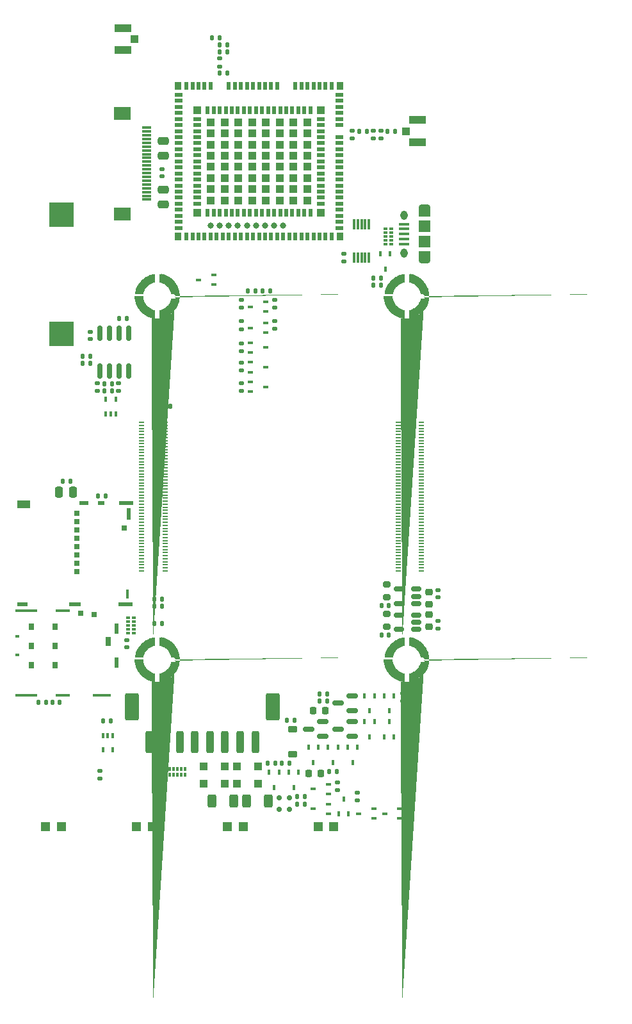
<source format=gbr>
%TF.GenerationSoftware,KiCad,Pcbnew,7.99.0-1.20230926git54171ec.fc37*%
%TF.CreationDate,2023-10-03T14:10:53+01:00*%
%TF.ProjectId,bugg-main-r5,62756767-2d6d-4616-996e-2d72352e6b69,rev?*%
%TF.SameCoordinates,Original*%
%TF.FileFunction,Paste,Top*%
%TF.FilePolarity,Positive*%
%FSLAX46Y46*%
G04 Gerber Fmt 4.6, Leading zero omitted, Abs format (unit mm)*
G04 Created by KiCad (PCBNEW 7.99.0-1.20230926git54171ec.fc37) date 2023-10-03 14:10:53*
%MOMM*%
%LPD*%
G01*
G04 APERTURE LIST*
G04 Aperture macros list*
%AMRoundRect*
0 Rectangle with rounded corners*
0 $1 Rounding radius*
0 $2 $3 $4 $5 $6 $7 $8 $9 X,Y pos of 4 corners*
0 Add a 4 corners polygon primitive as box body*
4,1,4,$2,$3,$4,$5,$6,$7,$8,$9,$2,$3,0*
0 Add four circle primitives for the rounded corners*
1,1,$1+$1,$2,$3*
1,1,$1+$1,$4,$5*
1,1,$1+$1,$6,$7*
1,1,$1+$1,$8,$9*
0 Add four rect primitives between the rounded corners*
20,1,$1+$1,$2,$3,$4,$5,0*
20,1,$1+$1,$4,$5,$6,$7,0*
20,1,$1+$1,$6,$7,$8,$9,0*
20,1,$1+$1,$8,$9,$2,$3,0*%
%AMFreePoly0*
4,1,101,-1.895792,2.944575,-1.557458,2.864389,-1.230721,2.745466,-0.920000,2.589416,-0.629496,2.398348,-0.363138,2.174847,-0.124527,1.921935,0.083109,1.643032,0.256962,1.341910,0.394681,1.022640,0.494404,0.689541,0.554783,0.347118,0.575000,0.000000,0.554783,-0.347118,0.494404,-0.689541,0.394681,-1.022640,0.256962,-1.341910,0.083109,-1.643032,-0.124527,-1.921935,-0.363138,-2.174847,
-0.629496,-2.398348,-0.920000,-2.589416,-1.230721,-2.745466,-1.557458,-2.864389,-1.895792,-2.944575,-2.241147,-2.984941,-2.588853,-2.984941,-2.934208,-2.944575,-3.272542,-2.864389,-3.599279,-2.745466,-3.910000,-2.589416,-4.200504,-2.398348,-4.466862,-2.174847,-4.705473,-1.921935,-4.913109,-1.643032,-5.086962,-1.341910,-5.224681,-1.022640,-5.324404,-0.689541,-5.384783,-0.347118,-5.405000,0.000000,
-4.259700,0.000000,-4.240924,-0.262528,-4.184977,-0.519712,-4.092998,-0.766316,-3.966860,-0.997320,-3.809131,-1.208022,-3.623022,-1.394131,-3.412320,-1.551860,-3.181316,-1.677998,-2.934712,-1.769977,-2.677528,-1.825924,-2.415000,-1.844700,-2.152472,-1.825924,-1.895288,-1.769977,-1.648684,-1.677998,-1.417680,-1.551860,-1.206978,-1.394131,-1.020869,-1.208022,-0.863140,-0.997320,-0.737002,-0.766316,
-0.645023,-0.519712,-0.589076,-0.262528,-0.570300,0.000000,-0.589076,0.262528,-0.645023,0.519712,-0.737002,0.766316,-0.863140,0.997320,-1.020869,1.208022,-1.206978,1.394131,-1.417680,1.551860,-1.648684,1.677998,-1.895288,1.769977,-2.152472,1.825924,-2.415000,1.844700,-2.677528,1.825924,-2.934712,1.769977,-3.181316,1.677998,-3.412320,1.551860,-3.623022,1.394131,-3.809131,1.208022,
-3.966860,0.997320,-4.092998,0.766316,-4.184977,0.519712,-4.240924,0.262528,-4.259700,0.000000,-5.405000,0.000000,-5.384783,0.347118,-5.324404,0.689541,-5.224681,1.022640,-5.086962,1.341910,-4.913109,1.643032,-4.705473,1.921935,-4.466862,2.174847,-4.200504,2.398348,-3.910000,2.589416,-3.599279,2.745466,-3.272542,2.864389,-2.934208,2.944575,-2.588853,2.984941,-2.241147,2.984941,
-1.895792,2.944575,-1.895792,2.944575,$1*%
G04 Aperture macros list end*
%ADD10C,0.010000*%
%ADD11RoundRect,0.250000X-0.250000X-0.475000X0.250000X-0.475000X0.250000X0.475000X-0.250000X0.475000X0*%
%ADD12RoundRect,0.135000X-0.135000X-0.185000X0.135000X-0.185000X0.135000X0.185000X-0.135000X0.185000X0*%
%ADD13RoundRect,0.140000X-0.170000X0.140000X-0.170000X-0.140000X0.170000X-0.140000X0.170000X0.140000X0*%
%ADD14RoundRect,0.140000X0.170000X-0.140000X0.170000X0.140000X-0.170000X0.140000X-0.170000X-0.140000X0*%
%ADD15RoundRect,0.140000X0.140000X0.170000X-0.140000X0.170000X-0.140000X-0.170000X0.140000X-0.170000X0*%
%ADD16RoundRect,0.150000X0.512500X0.150000X-0.512500X0.150000X-0.512500X-0.150000X0.512500X-0.150000X0*%
%ADD17O,1.550000X0.890000*%
%ADD18O,0.950000X1.250000*%
%ADD19R,1.350000X0.400000*%
%ADD20R,1.550000X1.200000*%
%ADD21R,1.550000X1.500000*%
%ADD22RoundRect,0.150000X0.150000X0.200000X-0.150000X0.200000X-0.150000X-0.200000X0.150000X-0.200000X0*%
%ADD23R,1.200000X1.200000*%
%ADD24R,0.700000X0.450000*%
%ADD25RoundRect,0.135000X0.185000X-0.135000X0.185000X0.135000X-0.185000X0.135000X-0.185000X-0.135000X0*%
%ADD26RoundRect,0.250000X-0.250000X-1.200000X0.250000X-1.200000X0.250000X1.200000X-0.250000X1.200000X0*%
%ADD27RoundRect,0.250000X-0.650000X-1.550000X0.650000X-1.550000X0.650000X1.550000X-0.650000X1.550000X0*%
%ADD28RoundRect,0.250000X-0.475000X0.250000X-0.475000X-0.250000X0.475000X-0.250000X0.475000X0.250000X0*%
%ADD29RoundRect,0.150000X0.587500X0.150000X-0.587500X0.150000X-0.587500X-0.150000X0.587500X-0.150000X0*%
%ADD30RoundRect,0.150000X0.150000X-0.825000X0.150000X0.825000X-0.150000X0.825000X-0.150000X-0.825000X0*%
%ADD31RoundRect,0.218750X-0.256250X0.218750X-0.256250X-0.218750X0.256250X-0.218750X0.256250X0.218750X0*%
%ADD32RoundRect,0.135000X0.135000X0.185000X-0.135000X0.185000X-0.135000X-0.185000X0.135000X-0.185000X0*%
%ADD33R,0.450000X0.700000*%
%ADD34R,0.550000X0.300000*%
%ADD35R,0.550000X0.400000*%
%ADD36RoundRect,0.135000X-0.185000X0.135000X-0.185000X-0.135000X0.185000X-0.135000X0.185000X0.135000X0*%
%ADD37RoundRect,0.200000X-0.275000X0.200000X-0.275000X-0.200000X0.275000X-0.200000X0.275000X0.200000X0*%
%ADD38RoundRect,0.225000X-0.225000X-0.250000X0.225000X-0.250000X0.225000X0.250000X-0.225000X0.250000X0*%
%ADD39R,1.050000X1.000000*%
%ADD40R,2.200000X1.050000*%
%ADD41R,0.500000X1.000000*%
%ADD42R,1.000000X0.500000*%
%ADD43R,1.000000X1.000000*%
%ADD44R,0.900000X1.000000*%
%ADD45C,0.800000*%
%ADD46R,0.300000X1.400000*%
%ADD47RoundRect,0.250000X0.300000X0.300000X-0.300000X0.300000X-0.300000X-0.300000X0.300000X-0.300000X0*%
%ADD48RoundRect,0.250000X-0.300000X-0.300000X0.300000X-0.300000X0.300000X0.300000X-0.300000X0.300000X0*%
%ADD49FreePoly0,0.000000*%
%ADD50RoundRect,0.140000X-0.140000X-0.170000X0.140000X-0.170000X0.140000X0.170000X-0.140000X0.170000X0*%
%ADD51R,0.700000X0.200000*%
%ADD52R,0.700000X0.900000*%
%ADD53R,0.700000X0.700000*%
%ADD54R,0.650000X1.200000*%
%ADD55R,2.900000X0.450000*%
%ADD56R,1.900000X0.450000*%
%ADD57R,2.400000X0.450000*%
%ADD58R,0.500000X1.400000*%
%ADD59R,0.600000X0.300000*%
%ADD60R,0.700000X0.750000*%
%ADD61R,0.400000X0.650000*%
%ADD62RoundRect,0.147500X0.172500X-0.147500X0.172500X0.147500X-0.172500X0.147500X-0.172500X-0.147500X0*%
%ADD63RoundRect,0.147500X0.147500X0.172500X-0.147500X0.172500X-0.147500X-0.172500X0.147500X-0.172500X0*%
%ADD64RoundRect,0.250000X0.475000X-0.250000X0.475000X0.250000X-0.475000X0.250000X-0.475000X-0.250000X0*%
%ADD65RoundRect,0.225000X0.375000X-0.225000X0.375000X0.225000X-0.375000X0.225000X-0.375000X-0.225000X0*%
%ADD66R,1.300000X0.300000*%
%ADD67R,2.200000X1.800000*%
%ADD68RoundRect,0.250000X-0.312500X-0.625000X0.312500X-0.625000X0.312500X0.625000X-0.312500X0.625000X0*%
%ADD69R,0.300000X0.550000*%
%ADD70R,0.400000X0.550000*%
%ADD71RoundRect,0.218750X0.256250X-0.218750X0.256250X0.218750X-0.256250X0.218750X-0.256250X-0.218750X0*%
%ADD72R,3.200000X3.200000*%
%ADD73R,0.700000X0.640000*%
%ADD74R,0.550000X1.550000*%
%ADD75R,1.850000X0.570000*%
%ADD76R,0.820000X0.520000*%
%ADD77R,1.150000X0.520000*%
%ADD78R,1.700000X1.010000*%
%ADD79R,0.450000X1.300000*%
%ADD80R,1.960000X0.570000*%
%ADD81R,1.650000X0.520000*%
%ADD82R,1.450000X0.570000*%
G04 APERTURE END LIST*
D10*
%TO.C,SP3*%
X21643000Y-24415000D02*
X21668000Y-24510000D01*
X21723000Y-24680000D01*
X21873000Y-24985000D01*
X21998000Y-25165000D01*
X22103000Y-25290000D01*
X22208000Y-25395000D01*
X22338000Y-25505000D01*
X22458000Y-25590000D01*
X22573000Y-25660000D01*
X22713000Y-25730000D01*
X22818000Y-25775000D01*
X22903000Y-25805000D01*
X23018000Y-25840000D01*
X23133000Y-25865000D01*
X23178000Y-25875000D01*
X23178000Y-26905000D01*
X23113000Y-26895000D01*
X22958000Y-26870000D01*
X22798000Y-26835000D01*
X22618000Y-26785000D01*
X22408000Y-26710000D01*
X22263000Y-26645000D01*
X22083000Y-26555000D01*
X21973000Y-26490000D01*
X21888000Y-26435000D01*
X21793000Y-26370000D01*
X21718000Y-26315000D01*
X21613000Y-26230000D01*
X21538000Y-26165000D01*
X21468000Y-26100000D01*
X21388000Y-26020000D01*
X21268000Y-25885000D01*
X21178000Y-25775000D01*
X21103000Y-25670000D01*
X20983000Y-25485000D01*
X20923000Y-25375000D01*
X20843000Y-25215000D01*
X20783000Y-25075000D01*
X20728000Y-24925000D01*
X20688000Y-24790000D01*
X20653000Y-24655000D01*
X20638000Y-24585000D01*
X20623000Y-24500000D01*
X20608000Y-24405000D01*
X20598000Y-24320000D01*
X21628000Y-24320000D01*
X21643000Y-24415000D01*
G36*
X21643000Y-24415000D02*
G01*
X21668000Y-24510000D01*
X21723000Y-24680000D01*
X21873000Y-24985000D01*
X21998000Y-25165000D01*
X22103000Y-25290000D01*
X22208000Y-25395000D01*
X22338000Y-25505000D01*
X22458000Y-25590000D01*
X22573000Y-25660000D01*
X22713000Y-25730000D01*
X22818000Y-25775000D01*
X22903000Y-25805000D01*
X23018000Y-25840000D01*
X23133000Y-25865000D01*
X23178000Y-25875000D01*
X23178000Y-26905000D01*
X23113000Y-26895000D01*
X22958000Y-26870000D01*
X22798000Y-26835000D01*
X22618000Y-26785000D01*
X22408000Y-26710000D01*
X22263000Y-26645000D01*
X22083000Y-26555000D01*
X21973000Y-26490000D01*
X21888000Y-26435000D01*
X21793000Y-26370000D01*
X21718000Y-26315000D01*
X21613000Y-26230000D01*
X21538000Y-26165000D01*
X21468000Y-26100000D01*
X21388000Y-26020000D01*
X21268000Y-25885000D01*
X21178000Y-25775000D01*
X21103000Y-25670000D01*
X20983000Y-25485000D01*
X20923000Y-25375000D01*
X20843000Y-25215000D01*
X20783000Y-25075000D01*
X20728000Y-24925000D01*
X20688000Y-24790000D01*
X20653000Y-24655000D01*
X20638000Y-24585000D01*
X20623000Y-24500000D01*
X20608000Y-24405000D01*
X20598000Y-24320000D01*
X21628000Y-24320000D01*
X21643000Y-24415000D01*
G37*
X23180000Y-22130000D02*
X23085000Y-22145000D01*
X22990000Y-22170000D01*
X22820000Y-22225000D01*
X22515000Y-22375000D01*
X22335000Y-22500000D01*
X22210000Y-22605000D01*
X22105000Y-22710000D01*
X21995000Y-22840000D01*
X21910000Y-22960000D01*
X21840000Y-23075000D01*
X21770000Y-23215000D01*
X21725000Y-23320000D01*
X21695000Y-23405000D01*
X21660000Y-23520000D01*
X21635000Y-23635000D01*
X21625000Y-23680000D01*
X20595000Y-23680000D01*
X20605000Y-23615000D01*
X20630000Y-23460000D01*
X20665000Y-23300000D01*
X20715000Y-23120000D01*
X20790000Y-22910000D01*
X20855000Y-22765000D01*
X20945000Y-22585000D01*
X21010000Y-22475000D01*
X21065000Y-22390000D01*
X21130000Y-22295000D01*
X21185000Y-22220000D01*
X21270000Y-22115000D01*
X21335000Y-22040000D01*
X21400000Y-21970000D01*
X21480000Y-21890000D01*
X21615000Y-21770000D01*
X21725000Y-21680000D01*
X21830000Y-21605000D01*
X22015000Y-21485000D01*
X22125000Y-21425000D01*
X22285000Y-21345000D01*
X22425000Y-21285000D01*
X22575000Y-21230000D01*
X22710000Y-21190000D01*
X22845000Y-21155000D01*
X22915000Y-21140000D01*
X23000000Y-21125000D01*
X23095000Y-21110000D01*
X23180000Y-21100000D01*
X23180000Y-22130000D01*
G36*
X23180000Y-22130000D02*
G01*
X23085000Y-22145000D01*
X22990000Y-22170000D01*
X22820000Y-22225000D01*
X22515000Y-22375000D01*
X22335000Y-22500000D01*
X22210000Y-22605000D01*
X22105000Y-22710000D01*
X21995000Y-22840000D01*
X21910000Y-22960000D01*
X21840000Y-23075000D01*
X21770000Y-23215000D01*
X21725000Y-23320000D01*
X21695000Y-23405000D01*
X21660000Y-23520000D01*
X21635000Y-23635000D01*
X21625000Y-23680000D01*
X20595000Y-23680000D01*
X20605000Y-23615000D01*
X20630000Y-23460000D01*
X20665000Y-23300000D01*
X20715000Y-23120000D01*
X20790000Y-22910000D01*
X20855000Y-22765000D01*
X20945000Y-22585000D01*
X21010000Y-22475000D01*
X21065000Y-22390000D01*
X21130000Y-22295000D01*
X21185000Y-22220000D01*
X21270000Y-22115000D01*
X21335000Y-22040000D01*
X21400000Y-21970000D01*
X21480000Y-21890000D01*
X21615000Y-21770000D01*
X21725000Y-21680000D01*
X21830000Y-21605000D01*
X22015000Y-21485000D01*
X22125000Y-21425000D01*
X22285000Y-21345000D01*
X22425000Y-21285000D01*
X22575000Y-21230000D01*
X22710000Y-21190000D01*
X22845000Y-21155000D01*
X22915000Y-21140000D01*
X23000000Y-21125000D01*
X23095000Y-21110000D01*
X23180000Y-21100000D01*
X23180000Y-22130000D01*
G37*
X26395000Y-24386000D02*
X26370000Y-24541000D01*
X26335000Y-24701000D01*
X26285000Y-24881000D01*
X26210000Y-25091000D01*
X26145000Y-25236000D01*
X26055000Y-25416000D01*
X25990000Y-25526000D01*
X25935000Y-25611000D01*
X25870000Y-25706000D01*
X25815000Y-25781000D01*
X25730000Y-25886000D01*
X25665000Y-25961000D01*
X25600000Y-26031000D01*
X25520000Y-26111000D01*
X25385000Y-26231000D01*
X25275000Y-26321000D01*
X25170000Y-26396000D01*
X24985000Y-26516000D01*
X24875000Y-26576000D01*
X24715000Y-26656000D01*
X24575000Y-26716000D01*
X24425000Y-26771000D01*
X24290000Y-26811000D01*
X24155000Y-26846000D01*
X24085000Y-26861000D01*
X24000000Y-26876000D01*
X23905000Y-26891000D01*
X23820000Y-26901000D01*
X23820000Y-25871000D01*
X23915000Y-25856000D01*
X24010000Y-25831000D01*
X24180000Y-25776000D01*
X24485000Y-25626000D01*
X24665000Y-25501000D01*
X24790000Y-25396000D01*
X24895000Y-25291000D01*
X25005000Y-25161000D01*
X25090000Y-25041000D01*
X25160000Y-24926000D01*
X25230000Y-24786000D01*
X25275000Y-24681000D01*
X25305000Y-24596000D01*
X25340000Y-24481000D01*
X25365000Y-24366000D01*
X25375000Y-24321000D01*
X26405000Y-24321000D01*
X26395000Y-24386000D01*
G36*
X26395000Y-24386000D02*
G01*
X26370000Y-24541000D01*
X26335000Y-24701000D01*
X26285000Y-24881000D01*
X26210000Y-25091000D01*
X26145000Y-25236000D01*
X26055000Y-25416000D01*
X25990000Y-25526000D01*
X25935000Y-25611000D01*
X25870000Y-25706000D01*
X25815000Y-25781000D01*
X25730000Y-25886000D01*
X25665000Y-25961000D01*
X25600000Y-26031000D01*
X25520000Y-26111000D01*
X25385000Y-26231000D01*
X25275000Y-26321000D01*
X25170000Y-26396000D01*
X24985000Y-26516000D01*
X24875000Y-26576000D01*
X24715000Y-26656000D01*
X24575000Y-26716000D01*
X24425000Y-26771000D01*
X24290000Y-26811000D01*
X24155000Y-26846000D01*
X24085000Y-26861000D01*
X24000000Y-26876000D01*
X23905000Y-26891000D01*
X23820000Y-26901000D01*
X23820000Y-25871000D01*
X23915000Y-25856000D01*
X24010000Y-25831000D01*
X24180000Y-25776000D01*
X24485000Y-25626000D01*
X24665000Y-25501000D01*
X24790000Y-25396000D01*
X24895000Y-25291000D01*
X25005000Y-25161000D01*
X25090000Y-25041000D01*
X25160000Y-24926000D01*
X25230000Y-24786000D01*
X25275000Y-24681000D01*
X25305000Y-24596000D01*
X25340000Y-24481000D01*
X25365000Y-24366000D01*
X25375000Y-24321000D01*
X26405000Y-24321000D01*
X26395000Y-24386000D01*
G37*
X23885401Y-21107903D02*
X24040401Y-21132903D01*
X24200401Y-21167903D01*
X24380401Y-21217903D01*
X24590401Y-21292903D01*
X24735401Y-21357903D01*
X24915401Y-21447903D01*
X25025401Y-21512903D01*
X25110401Y-21567903D01*
X25205401Y-21632903D01*
X25280401Y-21687903D01*
X25385401Y-21772903D01*
X25460401Y-21837903D01*
X25530401Y-21902903D01*
X25610401Y-21982903D01*
X25730401Y-22117903D01*
X25820401Y-22227903D01*
X25895401Y-22332903D01*
X26015401Y-22517903D01*
X26075401Y-22627903D01*
X26155401Y-22787903D01*
X26215401Y-22927903D01*
X26270401Y-23077903D01*
X26310401Y-23212903D01*
X26345401Y-23347903D01*
X26360401Y-23417903D01*
X26375401Y-23502903D01*
X26390401Y-23597903D01*
X26400401Y-23682903D01*
X25370401Y-23682903D01*
X25355401Y-23587903D01*
X25330401Y-23492903D01*
X25275401Y-23322903D01*
X25125401Y-23017903D01*
X25000401Y-22837903D01*
X24895401Y-22712903D01*
X24790401Y-22607903D01*
X24660401Y-22497903D01*
X24540401Y-22412903D01*
X24425401Y-22342903D01*
X24285401Y-22272903D01*
X24180401Y-22227903D01*
X24095401Y-22197903D01*
X23980401Y-22162903D01*
X23865401Y-22137903D01*
X23820401Y-22127903D01*
X23820401Y-21097903D01*
X23885401Y-21107903D01*
G36*
X23885401Y-21107903D02*
G01*
X24040401Y-21132903D01*
X24200401Y-21167903D01*
X24380401Y-21217903D01*
X24590401Y-21292903D01*
X24735401Y-21357903D01*
X24915401Y-21447903D01*
X25025401Y-21512903D01*
X25110401Y-21567903D01*
X25205401Y-21632903D01*
X25280401Y-21687903D01*
X25385401Y-21772903D01*
X25460401Y-21837903D01*
X25530401Y-21902903D01*
X25610401Y-21982903D01*
X25730401Y-22117903D01*
X25820401Y-22227903D01*
X25895401Y-22332903D01*
X26015401Y-22517903D01*
X26075401Y-22627903D01*
X26155401Y-22787903D01*
X26215401Y-22927903D01*
X26270401Y-23077903D01*
X26310401Y-23212903D01*
X26345401Y-23347903D01*
X26360401Y-23417903D01*
X26375401Y-23502903D01*
X26390401Y-23597903D01*
X26400401Y-23682903D01*
X25370401Y-23682903D01*
X25355401Y-23587903D01*
X25330401Y-23492903D01*
X25275401Y-23322903D01*
X25125401Y-23017903D01*
X25000401Y-22837903D01*
X24895401Y-22712903D01*
X24790401Y-22607903D01*
X24660401Y-22497903D01*
X24540401Y-22412903D01*
X24425401Y-22342903D01*
X24285401Y-22272903D01*
X24180401Y-22227903D01*
X24095401Y-22197903D01*
X23980401Y-22162903D01*
X23865401Y-22137903D01*
X23820401Y-22127903D01*
X23820401Y-21097903D01*
X23885401Y-21107903D01*
G37*
%TO.C,SP1*%
X-11357000Y23585000D02*
X-11332000Y23490000D01*
X-11277000Y23320000D01*
X-11127000Y23015000D01*
X-11002000Y22835000D01*
X-10897000Y22710000D01*
X-10792000Y22605000D01*
X-10662000Y22495000D01*
X-10542000Y22410000D01*
X-10427000Y22340000D01*
X-10287000Y22270000D01*
X-10182000Y22225000D01*
X-10097000Y22195000D01*
X-9982000Y22160000D01*
X-9867000Y22135000D01*
X-9822000Y22125000D01*
X-9822000Y21095000D01*
X-9887000Y21105000D01*
X-10042000Y21130000D01*
X-10202000Y21165000D01*
X-10382000Y21215000D01*
X-10592000Y21290000D01*
X-10737000Y21355000D01*
X-10917000Y21445000D01*
X-11027000Y21510000D01*
X-11112000Y21565000D01*
X-11207000Y21630000D01*
X-11282000Y21685000D01*
X-11387000Y21770000D01*
X-11462000Y21835000D01*
X-11532000Y21900000D01*
X-11612000Y21980000D01*
X-11732000Y22115000D01*
X-11822000Y22225000D01*
X-11897000Y22330000D01*
X-12017000Y22515000D01*
X-12077000Y22625000D01*
X-12157000Y22785000D01*
X-12217000Y22925000D01*
X-12272000Y23075000D01*
X-12312000Y23210000D01*
X-12347000Y23345000D01*
X-12362000Y23415000D01*
X-12377000Y23500000D01*
X-12392000Y23595000D01*
X-12402000Y23680000D01*
X-11372000Y23680000D01*
X-11357000Y23585000D01*
G36*
X-11357000Y23585000D02*
G01*
X-11332000Y23490000D01*
X-11277000Y23320000D01*
X-11127000Y23015000D01*
X-11002000Y22835000D01*
X-10897000Y22710000D01*
X-10792000Y22605000D01*
X-10662000Y22495000D01*
X-10542000Y22410000D01*
X-10427000Y22340000D01*
X-10287000Y22270000D01*
X-10182000Y22225000D01*
X-10097000Y22195000D01*
X-9982000Y22160000D01*
X-9867000Y22135000D01*
X-9822000Y22125000D01*
X-9822000Y21095000D01*
X-9887000Y21105000D01*
X-10042000Y21130000D01*
X-10202000Y21165000D01*
X-10382000Y21215000D01*
X-10592000Y21290000D01*
X-10737000Y21355000D01*
X-10917000Y21445000D01*
X-11027000Y21510000D01*
X-11112000Y21565000D01*
X-11207000Y21630000D01*
X-11282000Y21685000D01*
X-11387000Y21770000D01*
X-11462000Y21835000D01*
X-11532000Y21900000D01*
X-11612000Y21980000D01*
X-11732000Y22115000D01*
X-11822000Y22225000D01*
X-11897000Y22330000D01*
X-12017000Y22515000D01*
X-12077000Y22625000D01*
X-12157000Y22785000D01*
X-12217000Y22925000D01*
X-12272000Y23075000D01*
X-12312000Y23210000D01*
X-12347000Y23345000D01*
X-12362000Y23415000D01*
X-12377000Y23500000D01*
X-12392000Y23595000D01*
X-12402000Y23680000D01*
X-11372000Y23680000D01*
X-11357000Y23585000D01*
G37*
X-9820000Y25870000D02*
X-9915000Y25855000D01*
X-10010000Y25830000D01*
X-10180000Y25775000D01*
X-10485000Y25625000D01*
X-10665000Y25500000D01*
X-10790000Y25395000D01*
X-10895000Y25290000D01*
X-11005000Y25160000D01*
X-11090000Y25040000D01*
X-11160000Y24925000D01*
X-11230000Y24785000D01*
X-11275000Y24680000D01*
X-11305000Y24595000D01*
X-11340000Y24480000D01*
X-11365000Y24365000D01*
X-11375000Y24320000D01*
X-12405000Y24320000D01*
X-12395000Y24385000D01*
X-12370000Y24540000D01*
X-12335000Y24700000D01*
X-12285000Y24880000D01*
X-12210000Y25090000D01*
X-12145000Y25235000D01*
X-12055000Y25415000D01*
X-11990000Y25525000D01*
X-11935000Y25610000D01*
X-11870000Y25705000D01*
X-11815000Y25780000D01*
X-11730000Y25885000D01*
X-11665000Y25960000D01*
X-11600000Y26030000D01*
X-11520000Y26110000D01*
X-11385000Y26230000D01*
X-11275000Y26320000D01*
X-11170000Y26395000D01*
X-10985000Y26515000D01*
X-10875000Y26575000D01*
X-10715000Y26655000D01*
X-10575000Y26715000D01*
X-10425000Y26770000D01*
X-10290000Y26810000D01*
X-10155000Y26845000D01*
X-10085000Y26860000D01*
X-10000000Y26875000D01*
X-9905000Y26890000D01*
X-9820000Y26900000D01*
X-9820000Y25870000D01*
G36*
X-9820000Y25870000D02*
G01*
X-9915000Y25855000D01*
X-10010000Y25830000D01*
X-10180000Y25775000D01*
X-10485000Y25625000D01*
X-10665000Y25500000D01*
X-10790000Y25395000D01*
X-10895000Y25290000D01*
X-11005000Y25160000D01*
X-11090000Y25040000D01*
X-11160000Y24925000D01*
X-11230000Y24785000D01*
X-11275000Y24680000D01*
X-11305000Y24595000D01*
X-11340000Y24480000D01*
X-11365000Y24365000D01*
X-11375000Y24320000D01*
X-12405000Y24320000D01*
X-12395000Y24385000D01*
X-12370000Y24540000D01*
X-12335000Y24700000D01*
X-12285000Y24880000D01*
X-12210000Y25090000D01*
X-12145000Y25235000D01*
X-12055000Y25415000D01*
X-11990000Y25525000D01*
X-11935000Y25610000D01*
X-11870000Y25705000D01*
X-11815000Y25780000D01*
X-11730000Y25885000D01*
X-11665000Y25960000D01*
X-11600000Y26030000D01*
X-11520000Y26110000D01*
X-11385000Y26230000D01*
X-11275000Y26320000D01*
X-11170000Y26395000D01*
X-10985000Y26515000D01*
X-10875000Y26575000D01*
X-10715000Y26655000D01*
X-10575000Y26715000D01*
X-10425000Y26770000D01*
X-10290000Y26810000D01*
X-10155000Y26845000D01*
X-10085000Y26860000D01*
X-10000000Y26875000D01*
X-9905000Y26890000D01*
X-9820000Y26900000D01*
X-9820000Y25870000D01*
G37*
X-6605000Y23614000D02*
X-6630000Y23459000D01*
X-6665000Y23299000D01*
X-6715000Y23119000D01*
X-6790000Y22909000D01*
X-6855000Y22764000D01*
X-6945000Y22584000D01*
X-7010000Y22474000D01*
X-7065000Y22389000D01*
X-7130000Y22294000D01*
X-7185000Y22219000D01*
X-7270000Y22114000D01*
X-7335000Y22039000D01*
X-7400000Y21969000D01*
X-7480000Y21889000D01*
X-7615000Y21769000D01*
X-7725000Y21679000D01*
X-7830000Y21604000D01*
X-8015000Y21484000D01*
X-8125000Y21424000D01*
X-8285000Y21344000D01*
X-8425000Y21284000D01*
X-8575000Y21229000D01*
X-8710000Y21189000D01*
X-8845000Y21154000D01*
X-8915000Y21139000D01*
X-9000000Y21124000D01*
X-9095000Y21109000D01*
X-9180000Y21099000D01*
X-9180000Y22129000D01*
X-9085000Y22144000D01*
X-8990000Y22169000D01*
X-8820000Y22224000D01*
X-8515000Y22374000D01*
X-8335000Y22499000D01*
X-8210000Y22604000D01*
X-8105000Y22709000D01*
X-7995000Y22839000D01*
X-7910000Y22959000D01*
X-7840000Y23074000D01*
X-7770000Y23214000D01*
X-7725000Y23319000D01*
X-7695000Y23404000D01*
X-7660000Y23519000D01*
X-7635000Y23634000D01*
X-7625000Y23679000D01*
X-6595000Y23679000D01*
X-6605000Y23614000D01*
G36*
X-6605000Y23614000D02*
G01*
X-6630000Y23459000D01*
X-6665000Y23299000D01*
X-6715000Y23119000D01*
X-6790000Y22909000D01*
X-6855000Y22764000D01*
X-6945000Y22584000D01*
X-7010000Y22474000D01*
X-7065000Y22389000D01*
X-7130000Y22294000D01*
X-7185000Y22219000D01*
X-7270000Y22114000D01*
X-7335000Y22039000D01*
X-7400000Y21969000D01*
X-7480000Y21889000D01*
X-7615000Y21769000D01*
X-7725000Y21679000D01*
X-7830000Y21604000D01*
X-8015000Y21484000D01*
X-8125000Y21424000D01*
X-8285000Y21344000D01*
X-8425000Y21284000D01*
X-8575000Y21229000D01*
X-8710000Y21189000D01*
X-8845000Y21154000D01*
X-8915000Y21139000D01*
X-9000000Y21124000D01*
X-9095000Y21109000D01*
X-9180000Y21099000D01*
X-9180000Y22129000D01*
X-9085000Y22144000D01*
X-8990000Y22169000D01*
X-8820000Y22224000D01*
X-8515000Y22374000D01*
X-8335000Y22499000D01*
X-8210000Y22604000D01*
X-8105000Y22709000D01*
X-7995000Y22839000D01*
X-7910000Y22959000D01*
X-7840000Y23074000D01*
X-7770000Y23214000D01*
X-7725000Y23319000D01*
X-7695000Y23404000D01*
X-7660000Y23519000D01*
X-7635000Y23634000D01*
X-7625000Y23679000D01*
X-6595000Y23679000D01*
X-6605000Y23614000D01*
G37*
X-9114599Y26892097D02*
X-8959599Y26867097D01*
X-8799599Y26832097D01*
X-8619599Y26782097D01*
X-8409599Y26707097D01*
X-8264599Y26642097D01*
X-8084599Y26552097D01*
X-7974599Y26487097D01*
X-7889599Y26432097D01*
X-7794599Y26367097D01*
X-7719599Y26312097D01*
X-7614599Y26227097D01*
X-7539599Y26162097D01*
X-7469599Y26097097D01*
X-7389599Y26017097D01*
X-7269599Y25882097D01*
X-7179599Y25772097D01*
X-7104599Y25667097D01*
X-6984599Y25482097D01*
X-6924599Y25372097D01*
X-6844599Y25212097D01*
X-6784599Y25072097D01*
X-6729599Y24922097D01*
X-6689599Y24787097D01*
X-6654599Y24652097D01*
X-6639599Y24582097D01*
X-6624599Y24497097D01*
X-6609599Y24402097D01*
X-6599599Y24317097D01*
X-7629599Y24317097D01*
X-7644599Y24412097D01*
X-7669599Y24507097D01*
X-7724599Y24677097D01*
X-7874599Y24982097D01*
X-7999599Y25162097D01*
X-8104599Y25287097D01*
X-8209599Y25392097D01*
X-8339599Y25502097D01*
X-8459599Y25587097D01*
X-8574599Y25657097D01*
X-8714599Y25727097D01*
X-8819599Y25772097D01*
X-8904599Y25802097D01*
X-9019599Y25837097D01*
X-9134599Y25862097D01*
X-9179599Y25872097D01*
X-9179599Y26902097D01*
X-9114599Y26892097D01*
G36*
X-9114599Y26892097D02*
G01*
X-8959599Y26867097D01*
X-8799599Y26832097D01*
X-8619599Y26782097D01*
X-8409599Y26707097D01*
X-8264599Y26642097D01*
X-8084599Y26552097D01*
X-7974599Y26487097D01*
X-7889599Y26432097D01*
X-7794599Y26367097D01*
X-7719599Y26312097D01*
X-7614599Y26227097D01*
X-7539599Y26162097D01*
X-7469599Y26097097D01*
X-7389599Y26017097D01*
X-7269599Y25882097D01*
X-7179599Y25772097D01*
X-7104599Y25667097D01*
X-6984599Y25482097D01*
X-6924599Y25372097D01*
X-6844599Y25212097D01*
X-6784599Y25072097D01*
X-6729599Y24922097D01*
X-6689599Y24787097D01*
X-6654599Y24652097D01*
X-6639599Y24582097D01*
X-6624599Y24497097D01*
X-6609599Y24402097D01*
X-6599599Y24317097D01*
X-7629599Y24317097D01*
X-7644599Y24412097D01*
X-7669599Y24507097D01*
X-7724599Y24677097D01*
X-7874599Y24982097D01*
X-7999599Y25162097D01*
X-8104599Y25287097D01*
X-8209599Y25392097D01*
X-8339599Y25502097D01*
X-8459599Y25587097D01*
X-8574599Y25657097D01*
X-8714599Y25727097D01*
X-8819599Y25772097D01*
X-8904599Y25802097D01*
X-9019599Y25837097D01*
X-9134599Y25862097D01*
X-9179599Y25872097D01*
X-9179599Y26902097D01*
X-9114599Y26892097D01*
G37*
%TO.C,SP2*%
X21643000Y23585000D02*
X21668000Y23490000D01*
X21723000Y23320000D01*
X21873000Y23015000D01*
X21998000Y22835000D01*
X22103000Y22710000D01*
X22208000Y22605000D01*
X22338000Y22495000D01*
X22458000Y22410000D01*
X22573000Y22340000D01*
X22713000Y22270000D01*
X22818000Y22225000D01*
X22903000Y22195000D01*
X23018000Y22160000D01*
X23133000Y22135000D01*
X23178000Y22125000D01*
X23178000Y21095000D01*
X23113000Y21105000D01*
X22958000Y21130000D01*
X22798000Y21165000D01*
X22618000Y21215000D01*
X22408000Y21290000D01*
X22263000Y21355000D01*
X22083000Y21445000D01*
X21973000Y21510000D01*
X21888000Y21565000D01*
X21793000Y21630000D01*
X21718000Y21685000D01*
X21613000Y21770000D01*
X21538000Y21835000D01*
X21468000Y21900000D01*
X21388000Y21980000D01*
X21268000Y22115000D01*
X21178000Y22225000D01*
X21103000Y22330000D01*
X20983000Y22515000D01*
X20923000Y22625000D01*
X20843000Y22785000D01*
X20783000Y22925000D01*
X20728000Y23075000D01*
X20688000Y23210000D01*
X20653000Y23345000D01*
X20638000Y23415000D01*
X20623000Y23500000D01*
X20608000Y23595000D01*
X20598000Y23680000D01*
X21628000Y23680000D01*
X21643000Y23585000D01*
G36*
X21643000Y23585000D02*
G01*
X21668000Y23490000D01*
X21723000Y23320000D01*
X21873000Y23015000D01*
X21998000Y22835000D01*
X22103000Y22710000D01*
X22208000Y22605000D01*
X22338000Y22495000D01*
X22458000Y22410000D01*
X22573000Y22340000D01*
X22713000Y22270000D01*
X22818000Y22225000D01*
X22903000Y22195000D01*
X23018000Y22160000D01*
X23133000Y22135000D01*
X23178000Y22125000D01*
X23178000Y21095000D01*
X23113000Y21105000D01*
X22958000Y21130000D01*
X22798000Y21165000D01*
X22618000Y21215000D01*
X22408000Y21290000D01*
X22263000Y21355000D01*
X22083000Y21445000D01*
X21973000Y21510000D01*
X21888000Y21565000D01*
X21793000Y21630000D01*
X21718000Y21685000D01*
X21613000Y21770000D01*
X21538000Y21835000D01*
X21468000Y21900000D01*
X21388000Y21980000D01*
X21268000Y22115000D01*
X21178000Y22225000D01*
X21103000Y22330000D01*
X20983000Y22515000D01*
X20923000Y22625000D01*
X20843000Y22785000D01*
X20783000Y22925000D01*
X20728000Y23075000D01*
X20688000Y23210000D01*
X20653000Y23345000D01*
X20638000Y23415000D01*
X20623000Y23500000D01*
X20608000Y23595000D01*
X20598000Y23680000D01*
X21628000Y23680000D01*
X21643000Y23585000D01*
G37*
X23180000Y25870000D02*
X23085000Y25855000D01*
X22990000Y25830000D01*
X22820000Y25775000D01*
X22515000Y25625000D01*
X22335000Y25500000D01*
X22210000Y25395000D01*
X22105000Y25290000D01*
X21995000Y25160000D01*
X21910000Y25040000D01*
X21840000Y24925000D01*
X21770000Y24785000D01*
X21725000Y24680000D01*
X21695000Y24595000D01*
X21660000Y24480000D01*
X21635000Y24365000D01*
X21625000Y24320000D01*
X20595000Y24320000D01*
X20605000Y24385000D01*
X20630000Y24540000D01*
X20665000Y24700000D01*
X20715000Y24880000D01*
X20790000Y25090000D01*
X20855000Y25235000D01*
X20945000Y25415000D01*
X21010000Y25525000D01*
X21065000Y25610000D01*
X21130000Y25705000D01*
X21185000Y25780000D01*
X21270000Y25885000D01*
X21335000Y25960000D01*
X21400000Y26030000D01*
X21480000Y26110000D01*
X21615000Y26230000D01*
X21725000Y26320000D01*
X21830000Y26395000D01*
X22015000Y26515000D01*
X22125000Y26575000D01*
X22285000Y26655000D01*
X22425000Y26715000D01*
X22575000Y26770000D01*
X22710000Y26810000D01*
X22845000Y26845000D01*
X22915000Y26860000D01*
X23000000Y26875000D01*
X23095000Y26890000D01*
X23180000Y26900000D01*
X23180000Y25870000D01*
G36*
X23180000Y25870000D02*
G01*
X23085000Y25855000D01*
X22990000Y25830000D01*
X22820000Y25775000D01*
X22515000Y25625000D01*
X22335000Y25500000D01*
X22210000Y25395000D01*
X22105000Y25290000D01*
X21995000Y25160000D01*
X21910000Y25040000D01*
X21840000Y24925000D01*
X21770000Y24785000D01*
X21725000Y24680000D01*
X21695000Y24595000D01*
X21660000Y24480000D01*
X21635000Y24365000D01*
X21625000Y24320000D01*
X20595000Y24320000D01*
X20605000Y24385000D01*
X20630000Y24540000D01*
X20665000Y24700000D01*
X20715000Y24880000D01*
X20790000Y25090000D01*
X20855000Y25235000D01*
X20945000Y25415000D01*
X21010000Y25525000D01*
X21065000Y25610000D01*
X21130000Y25705000D01*
X21185000Y25780000D01*
X21270000Y25885000D01*
X21335000Y25960000D01*
X21400000Y26030000D01*
X21480000Y26110000D01*
X21615000Y26230000D01*
X21725000Y26320000D01*
X21830000Y26395000D01*
X22015000Y26515000D01*
X22125000Y26575000D01*
X22285000Y26655000D01*
X22425000Y26715000D01*
X22575000Y26770000D01*
X22710000Y26810000D01*
X22845000Y26845000D01*
X22915000Y26860000D01*
X23000000Y26875000D01*
X23095000Y26890000D01*
X23180000Y26900000D01*
X23180000Y25870000D01*
G37*
X26395000Y23614000D02*
X26370000Y23459000D01*
X26335000Y23299000D01*
X26285000Y23119000D01*
X26210000Y22909000D01*
X26145000Y22764000D01*
X26055000Y22584000D01*
X25990000Y22474000D01*
X25935000Y22389000D01*
X25870000Y22294000D01*
X25815000Y22219000D01*
X25730000Y22114000D01*
X25665000Y22039000D01*
X25600000Y21969000D01*
X25520000Y21889000D01*
X25385000Y21769000D01*
X25275000Y21679000D01*
X25170000Y21604000D01*
X24985000Y21484000D01*
X24875000Y21424000D01*
X24715000Y21344000D01*
X24575000Y21284000D01*
X24425000Y21229000D01*
X24290000Y21189000D01*
X24155000Y21154000D01*
X24085000Y21139000D01*
X24000000Y21124000D01*
X23905000Y21109000D01*
X23820000Y21099000D01*
X23820000Y22129000D01*
X23915000Y22144000D01*
X24010000Y22169000D01*
X24180000Y22224000D01*
X24485000Y22374000D01*
X24665000Y22499000D01*
X24790000Y22604000D01*
X24895000Y22709000D01*
X25005000Y22839000D01*
X25090000Y22959000D01*
X25160000Y23074000D01*
X25230000Y23214000D01*
X25275000Y23319000D01*
X25305000Y23404000D01*
X25340000Y23519000D01*
X25365000Y23634000D01*
X25375000Y23679000D01*
X26405000Y23679000D01*
X26395000Y23614000D01*
G36*
X26395000Y23614000D02*
G01*
X26370000Y23459000D01*
X26335000Y23299000D01*
X26285000Y23119000D01*
X26210000Y22909000D01*
X26145000Y22764000D01*
X26055000Y22584000D01*
X25990000Y22474000D01*
X25935000Y22389000D01*
X25870000Y22294000D01*
X25815000Y22219000D01*
X25730000Y22114000D01*
X25665000Y22039000D01*
X25600000Y21969000D01*
X25520000Y21889000D01*
X25385000Y21769000D01*
X25275000Y21679000D01*
X25170000Y21604000D01*
X24985000Y21484000D01*
X24875000Y21424000D01*
X24715000Y21344000D01*
X24575000Y21284000D01*
X24425000Y21229000D01*
X24290000Y21189000D01*
X24155000Y21154000D01*
X24085000Y21139000D01*
X24000000Y21124000D01*
X23905000Y21109000D01*
X23820000Y21099000D01*
X23820000Y22129000D01*
X23915000Y22144000D01*
X24010000Y22169000D01*
X24180000Y22224000D01*
X24485000Y22374000D01*
X24665000Y22499000D01*
X24790000Y22604000D01*
X24895000Y22709000D01*
X25005000Y22839000D01*
X25090000Y22959000D01*
X25160000Y23074000D01*
X25230000Y23214000D01*
X25275000Y23319000D01*
X25305000Y23404000D01*
X25340000Y23519000D01*
X25365000Y23634000D01*
X25375000Y23679000D01*
X26405000Y23679000D01*
X26395000Y23614000D01*
G37*
X23885401Y26892097D02*
X24040401Y26867097D01*
X24200401Y26832097D01*
X24380401Y26782097D01*
X24590401Y26707097D01*
X24735401Y26642097D01*
X24915401Y26552097D01*
X25025401Y26487097D01*
X25110401Y26432097D01*
X25205401Y26367097D01*
X25280401Y26312097D01*
X25385401Y26227097D01*
X25460401Y26162097D01*
X25530401Y26097097D01*
X25610401Y26017097D01*
X25730401Y25882097D01*
X25820401Y25772097D01*
X25895401Y25667097D01*
X26015401Y25482097D01*
X26075401Y25372097D01*
X26155401Y25212097D01*
X26215401Y25072097D01*
X26270401Y24922097D01*
X26310401Y24787097D01*
X26345401Y24652097D01*
X26360401Y24582097D01*
X26375401Y24497097D01*
X26390401Y24402097D01*
X26400401Y24317097D01*
X25370401Y24317097D01*
X25355401Y24412097D01*
X25330401Y24507097D01*
X25275401Y24677097D01*
X25125401Y24982097D01*
X25000401Y25162097D01*
X24895401Y25287097D01*
X24790401Y25392097D01*
X24660401Y25502097D01*
X24540401Y25587097D01*
X24425401Y25657097D01*
X24285401Y25727097D01*
X24180401Y25772097D01*
X24095401Y25802097D01*
X23980401Y25837097D01*
X23865401Y25862097D01*
X23820401Y25872097D01*
X23820401Y26902097D01*
X23885401Y26892097D01*
G36*
X23885401Y26892097D02*
G01*
X24040401Y26867097D01*
X24200401Y26832097D01*
X24380401Y26782097D01*
X24590401Y26707097D01*
X24735401Y26642097D01*
X24915401Y26552097D01*
X25025401Y26487097D01*
X25110401Y26432097D01*
X25205401Y26367097D01*
X25280401Y26312097D01*
X25385401Y26227097D01*
X25460401Y26162097D01*
X25530401Y26097097D01*
X25610401Y26017097D01*
X25730401Y25882097D01*
X25820401Y25772097D01*
X25895401Y25667097D01*
X26015401Y25482097D01*
X26075401Y25372097D01*
X26155401Y25212097D01*
X26215401Y25072097D01*
X26270401Y24922097D01*
X26310401Y24787097D01*
X26345401Y24652097D01*
X26360401Y24582097D01*
X26375401Y24497097D01*
X26390401Y24402097D01*
X26400401Y24317097D01*
X25370401Y24317097D01*
X25355401Y24412097D01*
X25330401Y24507097D01*
X25275401Y24677097D01*
X25125401Y24982097D01*
X25000401Y25162097D01*
X24895401Y25287097D01*
X24790401Y25392097D01*
X24660401Y25502097D01*
X24540401Y25587097D01*
X24425401Y25657097D01*
X24285401Y25727097D01*
X24180401Y25772097D01*
X24095401Y25802097D01*
X23980401Y25837097D01*
X23865401Y25862097D01*
X23820401Y25872097D01*
X23820401Y26902097D01*
X23885401Y26892097D01*
G37*
%TO.C,SP4*%
X-11357000Y-24415000D02*
X-11332000Y-24510000D01*
X-11277000Y-24680000D01*
X-11127000Y-24985000D01*
X-11002000Y-25165000D01*
X-10897000Y-25290000D01*
X-10792000Y-25395000D01*
X-10662000Y-25505000D01*
X-10542000Y-25590000D01*
X-10427000Y-25660000D01*
X-10287000Y-25730000D01*
X-10182000Y-25775000D01*
X-10097000Y-25805000D01*
X-9982000Y-25840000D01*
X-9867000Y-25865000D01*
X-9822000Y-25875000D01*
X-9822000Y-26905000D01*
X-9887000Y-26895000D01*
X-10042000Y-26870000D01*
X-10202000Y-26835000D01*
X-10382000Y-26785000D01*
X-10592000Y-26710000D01*
X-10737000Y-26645000D01*
X-10917000Y-26555000D01*
X-11027000Y-26490000D01*
X-11112000Y-26435000D01*
X-11207000Y-26370000D01*
X-11282000Y-26315000D01*
X-11387000Y-26230000D01*
X-11462000Y-26165000D01*
X-11532000Y-26100000D01*
X-11612000Y-26020000D01*
X-11732000Y-25885000D01*
X-11822000Y-25775000D01*
X-11897000Y-25670000D01*
X-12017000Y-25485000D01*
X-12077000Y-25375000D01*
X-12157000Y-25215000D01*
X-12217000Y-25075000D01*
X-12272000Y-24925000D01*
X-12312000Y-24790000D01*
X-12347000Y-24655000D01*
X-12362000Y-24585000D01*
X-12377000Y-24500000D01*
X-12392000Y-24405000D01*
X-12402000Y-24320000D01*
X-11372000Y-24320000D01*
X-11357000Y-24415000D01*
G36*
X-11357000Y-24415000D02*
G01*
X-11332000Y-24510000D01*
X-11277000Y-24680000D01*
X-11127000Y-24985000D01*
X-11002000Y-25165000D01*
X-10897000Y-25290000D01*
X-10792000Y-25395000D01*
X-10662000Y-25505000D01*
X-10542000Y-25590000D01*
X-10427000Y-25660000D01*
X-10287000Y-25730000D01*
X-10182000Y-25775000D01*
X-10097000Y-25805000D01*
X-9982000Y-25840000D01*
X-9867000Y-25865000D01*
X-9822000Y-25875000D01*
X-9822000Y-26905000D01*
X-9887000Y-26895000D01*
X-10042000Y-26870000D01*
X-10202000Y-26835000D01*
X-10382000Y-26785000D01*
X-10592000Y-26710000D01*
X-10737000Y-26645000D01*
X-10917000Y-26555000D01*
X-11027000Y-26490000D01*
X-11112000Y-26435000D01*
X-11207000Y-26370000D01*
X-11282000Y-26315000D01*
X-11387000Y-26230000D01*
X-11462000Y-26165000D01*
X-11532000Y-26100000D01*
X-11612000Y-26020000D01*
X-11732000Y-25885000D01*
X-11822000Y-25775000D01*
X-11897000Y-25670000D01*
X-12017000Y-25485000D01*
X-12077000Y-25375000D01*
X-12157000Y-25215000D01*
X-12217000Y-25075000D01*
X-12272000Y-24925000D01*
X-12312000Y-24790000D01*
X-12347000Y-24655000D01*
X-12362000Y-24585000D01*
X-12377000Y-24500000D01*
X-12392000Y-24405000D01*
X-12402000Y-24320000D01*
X-11372000Y-24320000D01*
X-11357000Y-24415000D01*
G37*
X-9820000Y-22130000D02*
X-9915000Y-22145000D01*
X-10010000Y-22170000D01*
X-10180000Y-22225000D01*
X-10485000Y-22375000D01*
X-10665000Y-22500000D01*
X-10790000Y-22605000D01*
X-10895000Y-22710000D01*
X-11005000Y-22840000D01*
X-11090000Y-22960000D01*
X-11160000Y-23075000D01*
X-11230000Y-23215000D01*
X-11275000Y-23320000D01*
X-11305000Y-23405000D01*
X-11340000Y-23520000D01*
X-11365000Y-23635000D01*
X-11375000Y-23680000D01*
X-12405000Y-23680000D01*
X-12395000Y-23615000D01*
X-12370000Y-23460000D01*
X-12335000Y-23300000D01*
X-12285000Y-23120000D01*
X-12210000Y-22910000D01*
X-12145000Y-22765000D01*
X-12055000Y-22585000D01*
X-11990000Y-22475000D01*
X-11935000Y-22390000D01*
X-11870000Y-22295000D01*
X-11815000Y-22220000D01*
X-11730000Y-22115000D01*
X-11665000Y-22040000D01*
X-11600000Y-21970000D01*
X-11520000Y-21890000D01*
X-11385000Y-21770000D01*
X-11275000Y-21680000D01*
X-11170000Y-21605000D01*
X-10985000Y-21485000D01*
X-10875000Y-21425000D01*
X-10715000Y-21345000D01*
X-10575000Y-21285000D01*
X-10425000Y-21230000D01*
X-10290000Y-21190000D01*
X-10155000Y-21155000D01*
X-10085000Y-21140000D01*
X-10000000Y-21125000D01*
X-9905000Y-21110000D01*
X-9820000Y-21100000D01*
X-9820000Y-22130000D01*
G36*
X-9820000Y-22130000D02*
G01*
X-9915000Y-22145000D01*
X-10010000Y-22170000D01*
X-10180000Y-22225000D01*
X-10485000Y-22375000D01*
X-10665000Y-22500000D01*
X-10790000Y-22605000D01*
X-10895000Y-22710000D01*
X-11005000Y-22840000D01*
X-11090000Y-22960000D01*
X-11160000Y-23075000D01*
X-11230000Y-23215000D01*
X-11275000Y-23320000D01*
X-11305000Y-23405000D01*
X-11340000Y-23520000D01*
X-11365000Y-23635000D01*
X-11375000Y-23680000D01*
X-12405000Y-23680000D01*
X-12395000Y-23615000D01*
X-12370000Y-23460000D01*
X-12335000Y-23300000D01*
X-12285000Y-23120000D01*
X-12210000Y-22910000D01*
X-12145000Y-22765000D01*
X-12055000Y-22585000D01*
X-11990000Y-22475000D01*
X-11935000Y-22390000D01*
X-11870000Y-22295000D01*
X-11815000Y-22220000D01*
X-11730000Y-22115000D01*
X-11665000Y-22040000D01*
X-11600000Y-21970000D01*
X-11520000Y-21890000D01*
X-11385000Y-21770000D01*
X-11275000Y-21680000D01*
X-11170000Y-21605000D01*
X-10985000Y-21485000D01*
X-10875000Y-21425000D01*
X-10715000Y-21345000D01*
X-10575000Y-21285000D01*
X-10425000Y-21230000D01*
X-10290000Y-21190000D01*
X-10155000Y-21155000D01*
X-10085000Y-21140000D01*
X-10000000Y-21125000D01*
X-9905000Y-21110000D01*
X-9820000Y-21100000D01*
X-9820000Y-22130000D01*
G37*
X-6605000Y-24386000D02*
X-6630000Y-24541000D01*
X-6665000Y-24701000D01*
X-6715000Y-24881000D01*
X-6790000Y-25091000D01*
X-6855000Y-25236000D01*
X-6945000Y-25416000D01*
X-7010000Y-25526000D01*
X-7065000Y-25611000D01*
X-7130000Y-25706000D01*
X-7185000Y-25781000D01*
X-7270000Y-25886000D01*
X-7335000Y-25961000D01*
X-7400000Y-26031000D01*
X-7480000Y-26111000D01*
X-7615000Y-26231000D01*
X-7725000Y-26321000D01*
X-7830000Y-26396000D01*
X-8015000Y-26516000D01*
X-8125000Y-26576000D01*
X-8285000Y-26656000D01*
X-8425000Y-26716000D01*
X-8575000Y-26771000D01*
X-8710000Y-26811000D01*
X-8845000Y-26846000D01*
X-8915000Y-26861000D01*
X-9000000Y-26876000D01*
X-9095000Y-26891000D01*
X-9180000Y-26901000D01*
X-9180000Y-25871000D01*
X-9085000Y-25856000D01*
X-8990000Y-25831000D01*
X-8820000Y-25776000D01*
X-8515000Y-25626000D01*
X-8335000Y-25501000D01*
X-8210000Y-25396000D01*
X-8105000Y-25291000D01*
X-7995000Y-25161000D01*
X-7910000Y-25041000D01*
X-7840000Y-24926000D01*
X-7770000Y-24786000D01*
X-7725000Y-24681000D01*
X-7695000Y-24596000D01*
X-7660000Y-24481000D01*
X-7635000Y-24366000D01*
X-7625000Y-24321000D01*
X-6595000Y-24321000D01*
X-6605000Y-24386000D01*
G36*
X-6605000Y-24386000D02*
G01*
X-6630000Y-24541000D01*
X-6665000Y-24701000D01*
X-6715000Y-24881000D01*
X-6790000Y-25091000D01*
X-6855000Y-25236000D01*
X-6945000Y-25416000D01*
X-7010000Y-25526000D01*
X-7065000Y-25611000D01*
X-7130000Y-25706000D01*
X-7185000Y-25781000D01*
X-7270000Y-25886000D01*
X-7335000Y-25961000D01*
X-7400000Y-26031000D01*
X-7480000Y-26111000D01*
X-7615000Y-26231000D01*
X-7725000Y-26321000D01*
X-7830000Y-26396000D01*
X-8015000Y-26516000D01*
X-8125000Y-26576000D01*
X-8285000Y-26656000D01*
X-8425000Y-26716000D01*
X-8575000Y-26771000D01*
X-8710000Y-26811000D01*
X-8845000Y-26846000D01*
X-8915000Y-26861000D01*
X-9000000Y-26876000D01*
X-9095000Y-26891000D01*
X-9180000Y-26901000D01*
X-9180000Y-25871000D01*
X-9085000Y-25856000D01*
X-8990000Y-25831000D01*
X-8820000Y-25776000D01*
X-8515000Y-25626000D01*
X-8335000Y-25501000D01*
X-8210000Y-25396000D01*
X-8105000Y-25291000D01*
X-7995000Y-25161000D01*
X-7910000Y-25041000D01*
X-7840000Y-24926000D01*
X-7770000Y-24786000D01*
X-7725000Y-24681000D01*
X-7695000Y-24596000D01*
X-7660000Y-24481000D01*
X-7635000Y-24366000D01*
X-7625000Y-24321000D01*
X-6595000Y-24321000D01*
X-6605000Y-24386000D01*
G37*
X-9114599Y-21107903D02*
X-8959599Y-21132903D01*
X-8799599Y-21167903D01*
X-8619599Y-21217903D01*
X-8409599Y-21292903D01*
X-8264599Y-21357903D01*
X-8084599Y-21447903D01*
X-7974599Y-21512903D01*
X-7889599Y-21567903D01*
X-7794599Y-21632903D01*
X-7719599Y-21687903D01*
X-7614599Y-21772903D01*
X-7539599Y-21837903D01*
X-7469599Y-21902903D01*
X-7389599Y-21982903D01*
X-7269599Y-22117903D01*
X-7179599Y-22227903D01*
X-7104599Y-22332903D01*
X-6984599Y-22517903D01*
X-6924599Y-22627903D01*
X-6844599Y-22787903D01*
X-6784599Y-22927903D01*
X-6729599Y-23077903D01*
X-6689599Y-23212903D01*
X-6654599Y-23347903D01*
X-6639599Y-23417903D01*
X-6624599Y-23502903D01*
X-6609599Y-23597903D01*
X-6599599Y-23682903D01*
X-7629599Y-23682903D01*
X-7644599Y-23587903D01*
X-7669599Y-23492903D01*
X-7724599Y-23322903D01*
X-7874599Y-23017903D01*
X-7999599Y-22837903D01*
X-8104599Y-22712903D01*
X-8209599Y-22607903D01*
X-8339599Y-22497903D01*
X-8459599Y-22412903D01*
X-8574599Y-22342903D01*
X-8714599Y-22272903D01*
X-8819599Y-22227903D01*
X-8904599Y-22197903D01*
X-9019599Y-22162903D01*
X-9134599Y-22137903D01*
X-9179599Y-22127903D01*
X-9179599Y-21097903D01*
X-9114599Y-21107903D01*
G36*
X-9114599Y-21107903D02*
G01*
X-8959599Y-21132903D01*
X-8799599Y-21167903D01*
X-8619599Y-21217903D01*
X-8409599Y-21292903D01*
X-8264599Y-21357903D01*
X-8084599Y-21447903D01*
X-7974599Y-21512903D01*
X-7889599Y-21567903D01*
X-7794599Y-21632903D01*
X-7719599Y-21687903D01*
X-7614599Y-21772903D01*
X-7539599Y-21837903D01*
X-7469599Y-21902903D01*
X-7389599Y-21982903D01*
X-7269599Y-22117903D01*
X-7179599Y-22227903D01*
X-7104599Y-22332903D01*
X-6984599Y-22517903D01*
X-6924599Y-22627903D01*
X-6844599Y-22787903D01*
X-6784599Y-22927903D01*
X-6729599Y-23077903D01*
X-6689599Y-23212903D01*
X-6654599Y-23347903D01*
X-6639599Y-23417903D01*
X-6624599Y-23502903D01*
X-6609599Y-23597903D01*
X-6599599Y-23682903D01*
X-7629599Y-23682903D01*
X-7644599Y-23587903D01*
X-7669599Y-23492903D01*
X-7724599Y-23322903D01*
X-7874599Y-23017903D01*
X-7999599Y-22837903D01*
X-8104599Y-22712903D01*
X-8209599Y-22607903D01*
X-8339599Y-22497903D01*
X-8459599Y-22412903D01*
X-8574599Y-22342903D01*
X-8714599Y-22272903D01*
X-8819599Y-22227903D01*
X-8904599Y-22197903D01*
X-9019599Y-22162903D01*
X-9134599Y-22137903D01*
X-9179599Y-22127903D01*
X-9179599Y-21097903D01*
X-9114599Y-21107903D01*
G37*
%TD*%
D11*
%TO.C,C29*%
X-22500000Y-1900000D03*
X-20600000Y-1900000D03*
%TD*%
D12*
%TO.C,R30*%
X-16460000Y11475000D03*
X-15440000Y11475000D03*
%TD*%
%TO.C,R29*%
X-16460000Y12425000D03*
X-15440000Y12425000D03*
%TD*%
D13*
%TO.C,C37*%
X15225000Y29555000D03*
X15225000Y28595000D03*
%TD*%
D14*
%TO.C,C36*%
X-14550000Y11495000D03*
X-14550000Y12455000D03*
%TD*%
D13*
%TO.C,C35*%
X-17350000Y12455000D03*
X-17350000Y11495000D03*
%TD*%
%TO.C,C34*%
X-18350000Y19280000D03*
X-18350000Y18320000D03*
%TD*%
D15*
%TO.C,C30*%
X-20970000Y-450000D03*
X-21930000Y-450000D03*
%TD*%
D14*
%TO.C,C21*%
X-8850000Y40780000D03*
X-8850000Y39820000D03*
%TD*%
D16*
%TO.C,U29*%
X24787500Y-20025000D03*
X24787500Y-19075000D03*
X24787500Y-18125000D03*
X22512500Y-18125000D03*
X22512500Y-20025000D03*
%TD*%
D17*
%TO.C,J15*%
X25900000Y28700000D03*
D18*
X23200000Y29700000D03*
X23200000Y34700000D03*
D17*
X25900000Y35700000D03*
D19*
X23200000Y30900000D03*
X23200000Y31550000D03*
X23200000Y32200000D03*
X23200000Y32850000D03*
X23200000Y33500000D03*
D20*
X25900000Y29300000D03*
D21*
X25900000Y31200000D03*
X25900000Y33200000D03*
D20*
X25900000Y35100000D03*
%TD*%
D22*
%TO.C,D27*%
X6625936Y-42315000D03*
X8025936Y-42315000D03*
%TD*%
D23*
%TO.C,D1*%
X-12200000Y-46100000D03*
X-10100000Y-46100000D03*
%TD*%
D24*
%TO.C,Q11*%
X4850000Y19150000D03*
X4850000Y20450000D03*
X2850000Y19800000D03*
%TD*%
D25*
%TO.C,R44*%
X1650000Y22440000D03*
X1650000Y23460000D03*
%TD*%
D26*
%TO.C,J10*%
X-10500000Y-34950000D03*
X-8500000Y-34950000D03*
X-6500000Y-34950000D03*
X-4500000Y-34950000D03*
X-2500000Y-34950000D03*
X-500000Y-34950000D03*
X1500000Y-34950000D03*
X3500000Y-34950000D03*
D27*
X-12850000Y-30300000D03*
X5850000Y-30300000D03*
%TD*%
D28*
%TO.C,C23*%
X-8700000Y38050000D03*
X-8700000Y36150000D03*
%TD*%
D29*
%TO.C,Q25*%
X12442500Y-34150936D03*
X12442500Y-32250936D03*
X10567500Y-33200936D03*
%TD*%
D24*
%TO.C,Q9*%
X4850000Y21950000D03*
X4850000Y23250000D03*
X2850000Y22600000D03*
%TD*%
D25*
%TO.C,R43*%
X6050000Y22440000D03*
X6050000Y23460000D03*
%TD*%
D30*
%TO.C,U13*%
X-17055000Y14125000D03*
X-15785000Y14125000D03*
X-14515000Y14125000D03*
X-13245000Y14125000D03*
X-13245000Y19075000D03*
X-14515000Y19075000D03*
X-15785000Y19075000D03*
X-17055000Y19075000D03*
%TD*%
D31*
%TO.C,FB3*%
X26450000Y-18087500D03*
X26450000Y-19662500D03*
%TD*%
D32*
%TO.C,R45*%
X18260000Y45800000D03*
X17240000Y45800000D03*
%TD*%
D33*
%TO.C,Q4*%
X21350000Y29550000D03*
X20050000Y29550000D03*
X20700000Y27550000D03*
%TD*%
D34*
%TO.C,U8*%
X-12569000Y-20507200D03*
X-12569000Y-20007200D03*
D35*
X-12569000Y-19507200D03*
D34*
X-12569000Y-19007200D03*
X-12569000Y-18507200D03*
X-13339000Y-18507200D03*
X-13339000Y-19007200D03*
D35*
X-13339000Y-19507200D03*
D34*
X-13339000Y-20007200D03*
X-13339000Y-20507200D03*
%TD*%
D32*
%TO.C,R65*%
X8710936Y-32025936D03*
X7690936Y-32025936D03*
%TD*%
D24*
%TO.C,Q21*%
X13175000Y-41799064D03*
X13175000Y-40499064D03*
X11175000Y-41149064D03*
%TD*%
D36*
%TO.C,R20*%
X-1200000Y55370000D03*
X-1200000Y54350000D03*
%TD*%
D37*
%TO.C,R104*%
X20855000Y-18030000D03*
X20855000Y-19680000D03*
%TD*%
D36*
%TO.C,R81*%
X23000000Y-28530000D03*
X23000000Y-29550000D03*
%TD*%
D38*
%TO.C,C83*%
X10600000Y-39100936D03*
X12150000Y-39100936D03*
%TD*%
D32*
%TO.C,R40*%
X5460000Y24700000D03*
X4440000Y24700000D03*
%TD*%
D39*
%TO.C,J12*%
X-12470000Y57950000D03*
D40*
X-13995000Y56475000D03*
X-13995000Y59425000D03*
%TD*%
D13*
%TO.C,C97*%
X27650000Y-18965000D03*
X27650000Y-19925000D03*
%TD*%
D12*
%TO.C,R85*%
X9014064Y-42150000D03*
X10034064Y-42150000D03*
%TD*%
D36*
%TO.C,R38*%
X1650000Y15160000D03*
X1650000Y14140000D03*
%TD*%
D12*
%TO.C,R22*%
X-9810000Y-16050000D03*
X-8790000Y-16050000D03*
%TD*%
D15*
%TO.C,C28*%
X-24195000Y-29675000D03*
X-25155000Y-29675000D03*
%TD*%
D32*
%TO.C,R41*%
X22010000Y45800000D03*
X20990000Y45800000D03*
%TD*%
%TO.C,R23*%
X-8840000Y-19300000D03*
X-9860000Y-19300000D03*
%TD*%
D29*
%TO.C,U36*%
X16292500Y-30750936D03*
X16292500Y-28850936D03*
X14417500Y-29800936D03*
%TD*%
D23*
%TO.C,D3*%
X-200000Y-46100000D03*
X1900000Y-46100000D03*
%TD*%
D41*
%TO.C,U7*%
X-2800000Y35020000D03*
X-2000000Y35020000D03*
X-1200000Y35020000D03*
X-400000Y35020000D03*
X400000Y35020000D03*
X1200000Y35020000D03*
X2000000Y35020000D03*
X2800000Y35020000D03*
X3600000Y35020000D03*
X4400000Y35020000D03*
X5200000Y35020000D03*
X6000000Y35020000D03*
X6800000Y35020000D03*
X7600000Y35020000D03*
X8400000Y35020000D03*
X9200000Y35020000D03*
X10000000Y35020000D03*
X10800000Y35020000D03*
D42*
X12180000Y36200000D03*
X12180000Y37000000D03*
X12180000Y37800000D03*
X12180000Y38600000D03*
X12180000Y39400000D03*
X12180000Y40200000D03*
X12180000Y41000000D03*
X12180000Y41800000D03*
X12180000Y42600000D03*
X12180000Y43400000D03*
X12180000Y44200000D03*
X12180000Y45000000D03*
X12180000Y45800000D03*
X12180000Y46600000D03*
X12180000Y47400000D03*
D41*
X10800000Y48580000D03*
X10000000Y48580000D03*
X9200000Y48580000D03*
X8400000Y48580000D03*
X7600000Y48580000D03*
X6800000Y48580000D03*
X6000000Y48580000D03*
X5200000Y48580000D03*
X4400000Y48580000D03*
X3600000Y48580000D03*
X2800000Y48580000D03*
X2000000Y48580000D03*
X1200000Y48580000D03*
X400000Y48580000D03*
X-400000Y48580000D03*
X-1200000Y48580000D03*
X-2000000Y48580000D03*
X-2800000Y48580000D03*
D42*
X-4180000Y47400000D03*
X-4180000Y46600000D03*
X-4180000Y45800000D03*
X-4180000Y45000000D03*
X-4180000Y44200000D03*
X-4180000Y43400000D03*
X-4180000Y42600000D03*
X-4180000Y41800000D03*
X-4180000Y41000000D03*
X-4180000Y40200000D03*
X-4180000Y39400000D03*
X-4180000Y38600000D03*
X-4180000Y37800000D03*
X-4180000Y37000000D03*
X-4180000Y36200000D03*
D43*
X-4180000Y35020000D03*
X12180000Y35020000D03*
X12180000Y48580000D03*
X-4180000Y48580000D03*
D41*
X-5600000Y31850000D03*
X-4800000Y31850000D03*
X-4000000Y31850000D03*
X-3200000Y31850000D03*
X-2400000Y31850000D03*
X-1600000Y31850000D03*
X-800000Y31850000D03*
X0Y31850000D03*
X800000Y31850000D03*
X1600000Y31850000D03*
X2400000Y31850000D03*
X3200000Y31850000D03*
X4000000Y31850000D03*
X4800000Y31850000D03*
X5600000Y31850000D03*
X6400000Y31850000D03*
X7200000Y31850000D03*
X8000000Y31850000D03*
X8800000Y31850000D03*
X9600000Y31850000D03*
X10400000Y31850000D03*
X11200000Y31850000D03*
X12000000Y31850000D03*
X12800000Y31850000D03*
X13600000Y31850000D03*
D42*
X14650000Y33000000D03*
X14650000Y33800000D03*
X14650000Y34600000D03*
X14650000Y35400000D03*
X14650000Y36200000D03*
X14650000Y37000000D03*
X14650000Y37800000D03*
X14650000Y38600000D03*
X14650000Y39400000D03*
X14650000Y40200000D03*
X14650000Y41000000D03*
X14650000Y41800000D03*
X14650000Y42600000D03*
X14650000Y43400000D03*
X14650000Y44200000D03*
X14650000Y45000000D03*
X14650000Y46600000D03*
X14650000Y47400000D03*
X14650000Y48200000D03*
X14650000Y49000000D03*
X14650000Y49800000D03*
X14650000Y50600000D03*
D41*
X13600000Y51750000D03*
X12800000Y51750000D03*
X12000000Y51750000D03*
X11200000Y51750000D03*
X10400000Y51750000D03*
X9600000Y51750000D03*
X8800000Y51750000D03*
X6400000Y51750000D03*
X5600000Y51750000D03*
X4800000Y51750000D03*
X4000000Y51750000D03*
X3200000Y51750000D03*
X2400000Y51750000D03*
X1600000Y51750000D03*
X800000Y51750000D03*
X0Y51750000D03*
X-2400000Y51750000D03*
X-3200000Y51750000D03*
X-4000000Y51750000D03*
X-4800000Y51750000D03*
X-5600000Y51750000D03*
D42*
X-6650000Y50600000D03*
X-6650000Y49800000D03*
X-6650000Y49000000D03*
X-6650000Y48200000D03*
X-6650000Y47400000D03*
X-6650000Y46600000D03*
X-6650000Y45800000D03*
X-6650000Y45000000D03*
X-6650000Y44200000D03*
X-6650000Y43400000D03*
X-6650000Y42600000D03*
X-6650000Y41800000D03*
X-6650000Y41000000D03*
X-6650000Y40200000D03*
X-6650000Y39400000D03*
X-6650000Y38600000D03*
X-6650000Y37800000D03*
X-6650000Y37000000D03*
X-6650000Y36200000D03*
X-6650000Y35400000D03*
X-6650000Y34600000D03*
X-6650000Y33800000D03*
X-6650000Y33000000D03*
D44*
X-6700000Y31850000D03*
X14700000Y31850000D03*
X14700000Y51750000D03*
X-6700000Y51750000D03*
D43*
X-2370000Y36655000D03*
X-2370000Y38125000D03*
X-2370000Y39595000D03*
X-2370000Y41065000D03*
X-2370000Y42535000D03*
X-2370000Y44005000D03*
X-2370000Y45475000D03*
X-2370000Y46945000D03*
X-550000Y46945000D03*
X1270000Y46945000D03*
X3090000Y46945000D03*
X4910000Y46945000D03*
X6730000Y46945000D03*
X8550000Y46945000D03*
X10370000Y46945000D03*
X10370000Y45475000D03*
X10370000Y44005000D03*
X10370000Y42535000D03*
X10370000Y41065000D03*
X10370000Y39595000D03*
X10370000Y38125000D03*
X10370000Y36655000D03*
X8550000Y36655000D03*
X6730000Y36655000D03*
X4910000Y36655000D03*
X3090000Y36655000D03*
X1270000Y36655000D03*
X-550000Y36655000D03*
X-550000Y38125000D03*
X-550000Y39595000D03*
X-550000Y41065000D03*
X-550000Y42535000D03*
X-550000Y44005000D03*
X-550000Y45475000D03*
X1270000Y45475000D03*
X3090000Y45475000D03*
X4910000Y45475000D03*
X6730000Y45475000D03*
X8550000Y45475000D03*
X8550000Y44005000D03*
X8550000Y42535000D03*
X8550000Y41065000D03*
X8550000Y39595000D03*
X8550000Y38125000D03*
X6730000Y38125000D03*
X4910000Y38125000D03*
X3090000Y38125000D03*
X1270000Y38125000D03*
X1270000Y39595000D03*
X1270000Y41065000D03*
X1270000Y42535000D03*
X1270000Y44005000D03*
X3090000Y44005000D03*
X4910000Y44005000D03*
X6730000Y44005000D03*
X6730000Y42535000D03*
X6730000Y41065000D03*
X6730000Y39595000D03*
X4910000Y39595000D03*
X3090000Y39595000D03*
X3090000Y41065000D03*
X3090000Y42535000D03*
X4910000Y42535000D03*
X4910000Y41065000D03*
D45*
X-2400000Y33320000D03*
X-1200000Y33320000D03*
X0Y33320000D03*
X1200000Y33320000D03*
X2400000Y33320000D03*
X3600000Y33320000D03*
X4800000Y33320000D03*
X6000000Y33320000D03*
X7200000Y33320000D03*
%TD*%
D46*
%TO.C,U15*%
X16550000Y29100000D03*
X17050000Y29100000D03*
X17550000Y29100000D03*
X18050000Y29100000D03*
X18550000Y29100000D03*
X18550000Y33500000D03*
X18050000Y33500000D03*
X17550000Y33500000D03*
X17050000Y33500000D03*
X16550000Y33500000D03*
%TD*%
D33*
%TO.C,Q19*%
X14525936Y-44425000D03*
X15825936Y-44425000D03*
X15175936Y-42425000D03*
%TD*%
D47*
%TO.C,D23*%
X3850000Y-40450000D03*
X1050000Y-40450000D03*
%TD*%
D33*
%TO.C,Q22*%
X20550000Y-34224064D03*
X21850000Y-34224064D03*
X21200000Y-32224064D03*
%TD*%
D48*
%TO.C,D22*%
X-3350000Y-40450000D03*
X-550000Y-40450000D03*
%TD*%
D36*
%TO.C,R33*%
X1650000Y17710000D03*
X1650000Y16690000D03*
%TD*%
D49*
%TO.C,SP3*%
X25915000Y-24000000D03*
%TD*%
D36*
%TO.C,R80*%
X25080936Y-28474064D03*
X25080936Y-29494064D03*
%TD*%
D47*
%TO.C,D24*%
X3850000Y-38150000D03*
X1050000Y-38150000D03*
%TD*%
D36*
%TO.C,R37*%
X1650000Y12510000D03*
X1650000Y11490000D03*
%TD*%
D24*
%TO.C,Q17*%
X22600000Y-45024064D03*
X22600000Y-43724064D03*
X20600000Y-44374064D03*
%TD*%
D50*
%TO.C,C20*%
X-1180000Y53460000D03*
X-220000Y53460000D03*
%TD*%
D32*
%TO.C,R2*%
X-18290000Y15100000D03*
X-19310000Y15100000D03*
%TD*%
D36*
%TO.C,R5*%
X-17050000Y-38740000D03*
X-17050000Y-39760000D03*
%TD*%
D48*
%TO.C,D21*%
X-3350000Y-38150000D03*
X-550000Y-38150000D03*
%TD*%
D51*
%TO.C,Module1*%
X-11500000Y7300000D03*
X-8420000Y7300000D03*
X-11500000Y6900000D03*
X-8420000Y6900000D03*
X-11500000Y6500000D03*
X-8420000Y6500000D03*
X-11500000Y6100000D03*
X-8420000Y6100000D03*
X-11500000Y5700000D03*
X-8420000Y5700000D03*
X-11500000Y5300000D03*
X-8420000Y5300000D03*
X-11500000Y4900000D03*
X-8420000Y4900000D03*
X-11500000Y4500000D03*
X-8420000Y4500000D03*
X-11500000Y4100000D03*
X-8420000Y4100000D03*
X-11500000Y3700000D03*
X-8420000Y3700000D03*
X-11500000Y3300000D03*
X-8420000Y3300000D03*
X-11500000Y2900000D03*
X-8420000Y2900000D03*
X-11500000Y2500000D03*
X-8420000Y2500000D03*
X-11500000Y2100000D03*
X-8420000Y2100000D03*
X-11500000Y1700000D03*
X-8420000Y1700000D03*
X-11500000Y1300000D03*
X-8420000Y1300000D03*
X-11500000Y900000D03*
X-8420000Y900000D03*
X-11500000Y500000D03*
X-8420000Y500000D03*
X-11500000Y100000D03*
X-8420000Y100000D03*
X-11500000Y-300000D03*
X-8420000Y-300000D03*
X-11500000Y-700000D03*
X-8420000Y-700000D03*
X-11500000Y-1100000D03*
X-8420000Y-1100000D03*
X-11500000Y-1500000D03*
X-8420000Y-1500000D03*
X-11500000Y-1900000D03*
X-8420000Y-1900000D03*
X-11500000Y-2300000D03*
X-8420000Y-2300000D03*
X-11500000Y-2700000D03*
X-8420000Y-2700000D03*
X-11500000Y-3100000D03*
X-8420000Y-3100000D03*
X-11500000Y-3500000D03*
X-8420000Y-3500000D03*
X-11500000Y-3900000D03*
X-8420000Y-3900000D03*
X-11500000Y-4300000D03*
X-8420000Y-4300000D03*
X-11500000Y-4700000D03*
X-8420000Y-4700000D03*
X-11500000Y-5100000D03*
X-8420000Y-5100000D03*
X-11500000Y-5500000D03*
X-8420000Y-5500000D03*
X-11500000Y-5900000D03*
X-8420000Y-5900000D03*
X-11500000Y-6300000D03*
X-8420000Y-6300000D03*
X-11500000Y-6700000D03*
X-8420000Y-6700000D03*
X-11500000Y-7100000D03*
X-8420000Y-7100000D03*
X-11500000Y-7500000D03*
X-8420000Y-7500000D03*
X-11500000Y-7900000D03*
X-8420000Y-7900000D03*
X-11500000Y-8300000D03*
X-8420000Y-8300000D03*
X-11500000Y-8700000D03*
X-8420000Y-8700000D03*
X-11500000Y-9100000D03*
X-8420000Y-9100000D03*
X-11500000Y-9500000D03*
X-8420000Y-9500000D03*
X-11500000Y-9900000D03*
X-8420000Y-9900000D03*
X-11500000Y-10300000D03*
X-8420000Y-10300000D03*
X-11500000Y-10700000D03*
X-8420000Y-10700000D03*
X-11500000Y-11100000D03*
X-8420000Y-11100000D03*
X-11500000Y-11500000D03*
X-8420000Y-11500000D03*
X-11500000Y-11900000D03*
X-8420000Y-11900000D03*
X-11500000Y-12300000D03*
X-8420000Y-12300000D03*
X22420000Y7300000D03*
X25500000Y7300000D03*
X22420000Y6900000D03*
X25500000Y6900000D03*
X22420000Y6500000D03*
X25500000Y6500000D03*
X22420000Y6100000D03*
X25500000Y6100000D03*
X22420000Y5700000D03*
X25500000Y5700000D03*
X22420000Y5300000D03*
X25500000Y5300000D03*
X22420000Y4900000D03*
X25500000Y4900000D03*
X22420000Y4500000D03*
X25500000Y4500000D03*
X22420000Y4100000D03*
X25500000Y4100000D03*
X22420000Y3700000D03*
X25500000Y3700000D03*
X22420000Y3300000D03*
X25500000Y3300000D03*
X22420000Y2900000D03*
X25500000Y2900000D03*
X22420000Y2500000D03*
X25500000Y2500000D03*
X22420000Y2100000D03*
X25500000Y2100000D03*
X22420000Y1700000D03*
X25500000Y1700000D03*
X22420000Y1300000D03*
X25500000Y1300000D03*
X22420000Y900000D03*
X25500000Y900000D03*
X22420000Y500000D03*
X25500000Y500000D03*
X22420000Y100000D03*
X25500000Y100000D03*
X22420000Y-300000D03*
X25500000Y-300000D03*
X22420000Y-700000D03*
X25500000Y-700000D03*
X22420000Y-1100000D03*
X25500000Y-1100000D03*
X22420000Y-1500000D03*
X25500000Y-1500000D03*
X22420000Y-1900000D03*
X25500000Y-1900000D03*
X22420000Y-2300000D03*
X25500000Y-2300000D03*
X22420000Y-2700000D03*
X25500000Y-2700000D03*
X22420000Y-3100000D03*
X25500000Y-3100000D03*
X22420000Y-3500000D03*
X25500000Y-3500000D03*
X22420000Y-3900000D03*
X25500000Y-3900000D03*
X22420000Y-4300000D03*
X25500000Y-4300000D03*
X22420000Y-4700000D03*
X25500000Y-4700000D03*
X22420000Y-5100000D03*
X25500000Y-5100000D03*
X22420000Y-5500000D03*
X25500000Y-5500000D03*
X22420000Y-5900000D03*
X25500000Y-5900000D03*
X22420000Y-6300000D03*
X25500000Y-6300000D03*
X22420000Y-6700000D03*
X25500000Y-6700000D03*
X22420000Y-7100000D03*
X25500000Y-7100000D03*
X22420000Y-7500000D03*
X25500000Y-7500000D03*
X22420000Y-7900000D03*
X25500000Y-7900000D03*
X22420000Y-8300000D03*
X25500000Y-8300000D03*
X22420000Y-8700000D03*
X25500000Y-8700000D03*
X22420000Y-9100000D03*
X25500000Y-9100000D03*
X22420000Y-9500000D03*
X25500000Y-9500000D03*
X22420000Y-9900000D03*
X25500000Y-9900000D03*
X22420000Y-10300000D03*
X25500000Y-10300000D03*
X22420000Y-10700000D03*
X25500000Y-10700000D03*
X22420000Y-11100000D03*
X25500000Y-11100000D03*
X22420000Y-11500000D03*
X25500000Y-11500000D03*
X22420000Y-11900000D03*
X25500000Y-11900000D03*
X22420000Y-12300000D03*
X25500000Y-12300000D03*
%TD*%
D12*
%TO.C,R4*%
X-16610000Y-32100000D03*
X-15590000Y-32100000D03*
%TD*%
D33*
%TO.C,Q24*%
X19250000Y-32224064D03*
X17950000Y-32224064D03*
X18600000Y-34224064D03*
%TD*%
D49*
%TO.C,SP1*%
X-7085000Y24000000D03*
%TD*%
D12*
%TO.C,R68*%
X13290000Y-38825936D03*
X14310000Y-38825936D03*
%TD*%
%TO.C,R21*%
X-9810000Y-17000000D03*
X-8790000Y-17000000D03*
%TD*%
%TO.C,R3*%
X-8760000Y9400000D03*
X-7740000Y9400000D03*
%TD*%
%TO.C,R72*%
X6990000Y-37700936D03*
X8010000Y-37700936D03*
%TD*%
D24*
%TO.C,Q8*%
X-2000000Y25500000D03*
X-2000000Y26800000D03*
X-4000000Y26150000D03*
%TD*%
D15*
%TO.C,C100*%
X21155000Y-16900000D03*
X20195000Y-16900000D03*
%TD*%
D38*
%TO.C,C84*%
X11175000Y-30749064D03*
X12725000Y-30749064D03*
%TD*%
D52*
%TO.C,J13*%
X-26110000Y-24740000D03*
X-26110000Y-22200000D03*
X-26110000Y-19660000D03*
X-22940000Y-24740000D03*
X-22940000Y-22200000D03*
X-22940000Y-19660000D03*
D53*
X-19610000Y-17930000D03*
D54*
X-15935000Y-21650000D03*
D55*
X-26810000Y-28755000D03*
D56*
X-21960000Y-28755000D03*
D57*
X-16810000Y-28755000D03*
D58*
X-14860000Y-24400000D03*
D59*
X-27960000Y-23420000D03*
X-27960000Y-20980000D03*
D58*
X-14860000Y-19980000D03*
D60*
X-17810000Y-18105000D03*
D55*
X-26810000Y-17605000D03*
D56*
X-21960000Y-17605000D03*
%TD*%
D61*
%TO.C,U14*%
X-16250000Y8450000D03*
X-15600000Y8450000D03*
X-14950000Y8450000D03*
X-14950000Y10350000D03*
X-16250000Y10350000D03*
%TD*%
D16*
%TO.C,U30*%
X24787500Y-16625000D03*
X24787500Y-15675000D03*
X24787500Y-14725000D03*
X22512500Y-14725000D03*
X22512500Y-16625000D03*
%TD*%
D29*
%TO.C,Q29*%
X16292500Y-34150936D03*
X16292500Y-32250936D03*
X14417500Y-33200936D03*
%TD*%
D24*
%TO.C,Q18*%
X19200000Y-45025936D03*
X19200000Y-43725936D03*
X17200000Y-44375936D03*
%TD*%
D12*
%TO.C,R84*%
X9014064Y-43150000D03*
X10034064Y-43150000D03*
%TD*%
D36*
%TO.C,R34*%
X-8600000Y-41440000D03*
X-8600000Y-42460000D03*
%TD*%
D37*
%TO.C,R105*%
X20865000Y-14130000D03*
X20865000Y-15780000D03*
%TD*%
D15*
%TO.C,C19*%
X-220000Y56260000D03*
X-1180000Y56260000D03*
%TD*%
D33*
%TO.C,Q16*%
X14425000Y-35625936D03*
X13125000Y-35625936D03*
X13775000Y-37625936D03*
%TD*%
D14*
%TO.C,C99*%
X27650000Y-15805000D03*
X27650000Y-14845000D03*
%TD*%
D62*
%TO.C,D6*%
X-13475000Y-22435000D03*
X-13475000Y-21465000D03*
%TD*%
D63*
%TO.C,D20*%
X-13515000Y21050000D03*
X-14485000Y21050000D03*
%TD*%
D23*
%TO.C,D7*%
X11800000Y-46100000D03*
X13900000Y-46100000D03*
%TD*%
D33*
%TO.C,Q14*%
X11825000Y-35624064D03*
X10525000Y-35624064D03*
X11175000Y-37624064D03*
%TD*%
D64*
%TO.C,C22*%
X-8700000Y42550000D03*
X-8700000Y44450000D03*
%TD*%
D12*
%TO.C,R39*%
X2540000Y24650000D03*
X3560000Y24650000D03*
%TD*%
D62*
%TO.C,D25*%
X20100000Y44840000D03*
X20100000Y45810000D03*
%TD*%
D33*
%TO.C,Q30*%
X19249064Y-28810000D03*
X17949064Y-28810000D03*
X18599064Y-30810000D03*
%TD*%
D65*
%TO.C,D15*%
X8424064Y-36500000D03*
X8424064Y-33200000D03*
%TD*%
D66*
%TO.C,J16*%
X-10850000Y46250000D03*
X-10850000Y45750000D03*
X-10850000Y45250000D03*
X-10850000Y44750000D03*
X-10850000Y44250000D03*
X-10850000Y43750000D03*
X-10850000Y43250000D03*
X-10850000Y42750000D03*
X-10850000Y42250000D03*
X-10850000Y41750000D03*
X-10850000Y41250000D03*
X-10850000Y40750000D03*
X-10850000Y40250000D03*
X-10850000Y39750000D03*
X-10850000Y39250000D03*
X-10850000Y38750000D03*
X-10850000Y38250000D03*
X-10850000Y37750000D03*
X-10850000Y37250000D03*
X-10850000Y36750000D03*
D67*
X-14100000Y48150000D03*
X-14100000Y34850000D03*
%TD*%
D32*
%TO.C,R24*%
X-16240000Y-2400000D03*
X-17260000Y-2400000D03*
%TD*%
D68*
%TO.C,R67*%
X-2262500Y-42725000D03*
X662500Y-42725000D03*
%TD*%
D25*
%TO.C,R42*%
X6050000Y19690000D03*
X6050000Y20710000D03*
%TD*%
D33*
%TO.C,Q12*%
X6624064Y-38900000D03*
X5324064Y-38900000D03*
X5974064Y-40900000D03*
%TD*%
D24*
%TO.C,Q20*%
X13175000Y-44424064D03*
X13175000Y-43124064D03*
X11175000Y-43774064D03*
%TD*%
D12*
%TO.C,R31*%
X19115000Y26350000D03*
X20135000Y26350000D03*
%TD*%
%TO.C,R86*%
X11990000Y-28575000D03*
X13010000Y-28575000D03*
%TD*%
D68*
%TO.C,R66*%
X2312500Y-42725000D03*
X5237500Y-42725000D03*
%TD*%
D15*
%TO.C,C98*%
X21155000Y-20800000D03*
X20195000Y-20800000D03*
%TD*%
D12*
%TO.C,R64*%
X5115000Y-37699064D03*
X6135000Y-37699064D03*
%TD*%
%TO.C,R19*%
X-2210000Y58160000D03*
X-1190000Y58160000D03*
%TD*%
D25*
%TO.C,R46*%
X1650000Y19640000D03*
X1650000Y20660000D03*
%TD*%
D33*
%TO.C,Q15*%
X17025000Y-35625936D03*
X15725000Y-35625936D03*
X16375000Y-37625936D03*
%TD*%
D69*
%TO.C,U2*%
X-7800000Y-39220000D03*
X-7300000Y-39220000D03*
D70*
X-6800000Y-39220000D03*
D69*
X-6300000Y-39220000D03*
X-5800000Y-39220000D03*
X-5800000Y-38450000D03*
X-6300000Y-38450000D03*
D70*
X-6800000Y-38450000D03*
D69*
X-7300000Y-38450000D03*
X-7800000Y-38450000D03*
%TD*%
D49*
%TO.C,SP2*%
X25915000Y24000000D03*
%TD*%
D71*
%TO.C,FB4*%
X26450000Y-16687500D03*
X26450000Y-15112500D03*
%TD*%
D33*
%TO.C,Q13*%
X9224064Y-38900000D03*
X7924064Y-38900000D03*
X8574064Y-40900000D03*
%TD*%
D14*
%TO.C,C51*%
X19150000Y44845000D03*
X19150000Y45805000D03*
%TD*%
D72*
%TO.C,BT1*%
X-22100000Y19025000D03*
X-22100000Y34775000D03*
%TD*%
D12*
%TO.C,R99*%
X11990000Y-29525000D03*
X13010000Y-29525000D03*
%TD*%
D24*
%TO.C,Q7*%
X2850000Y15250000D03*
X2850000Y13950000D03*
X4850000Y14600000D03*
%TD*%
D50*
%TO.C,C26*%
X-23330000Y-29675000D03*
X-22370000Y-29675000D03*
%TD*%
D63*
%TO.C,D9*%
X-215000Y57200000D03*
X-1185000Y57200000D03*
%TD*%
D32*
%TO.C,R1*%
X-18290000Y16050000D03*
X-19310000Y16050000D03*
%TD*%
D12*
%TO.C,R32*%
X19115000Y25400000D03*
X20135000Y25400000D03*
%TD*%
D24*
%TO.C,Q6*%
X2850000Y12650000D03*
X2850000Y11350000D03*
X4850000Y12000000D03*
%TD*%
D25*
%TO.C,R82*%
X14374064Y-41285000D03*
X14374064Y-40265000D03*
%TD*%
D22*
%TO.C,D26*%
X6640000Y-43799064D03*
X8040000Y-43799064D03*
%TD*%
D33*
%TO.C,Q23*%
X21850000Y-28800936D03*
X20550000Y-28800936D03*
X21200000Y-30800936D03*
%TD*%
D23*
%TO.C,D2*%
X-24200000Y-46100000D03*
X-22100000Y-46100000D03*
%TD*%
D24*
%TO.C,Q5*%
X2850000Y17850000D03*
X2850000Y16550000D03*
X4850000Y17200000D03*
%TD*%
D39*
%TO.C,J17*%
X23425000Y45775000D03*
D40*
X24950000Y47250000D03*
X24950000Y44300000D03*
%TD*%
D25*
%TO.C,R79*%
X16975000Y-42610936D03*
X16975000Y-41590936D03*
%TD*%
D73*
%TO.C,J14*%
X-20050000Y-12370000D03*
X-20050000Y-11270000D03*
X-20050000Y-10170000D03*
X-20050000Y-9070000D03*
X-20050000Y-7970000D03*
X-20050000Y-6870000D03*
X-20050000Y-5770000D03*
X-20050000Y-4670000D03*
D74*
X-13225000Y-4775000D03*
D53*
X-13850000Y-6670000D03*
D75*
X-13550000Y-3350000D03*
D76*
X-16910000Y-3350000D03*
D77*
X-19120000Y-3350000D03*
D78*
X-27150000Y-3535000D03*
D79*
X-13395000Y-15400000D03*
D80*
X-13680000Y-16685000D03*
D81*
X-20320000Y-16685000D03*
D82*
X-27275000Y-16685000D03*
%TD*%
D49*
%TO.C,SP4*%
X-7085000Y-24000000D03*
%TD*%
D13*
%TO.C,C61*%
X16350000Y45830000D03*
X16350000Y44870000D03*
%TD*%
D61*
%TO.C,U1*%
X-15350000Y-34050000D03*
X-16000000Y-34050000D03*
X-16650000Y-34050000D03*
X-16650000Y-35950000D03*
X-15350000Y-35950000D03*
%TD*%
D34*
%TO.C,U16*%
X21485000Y30850000D03*
X21485000Y31350000D03*
D35*
X21485000Y31850000D03*
D34*
X21485000Y32350000D03*
X21485000Y32850000D03*
X20715000Y32850000D03*
X20715000Y32350000D03*
D35*
X20715000Y31850000D03*
D34*
X20715000Y31350000D03*
X20715000Y30850000D03*
%TD*%
M02*

</source>
